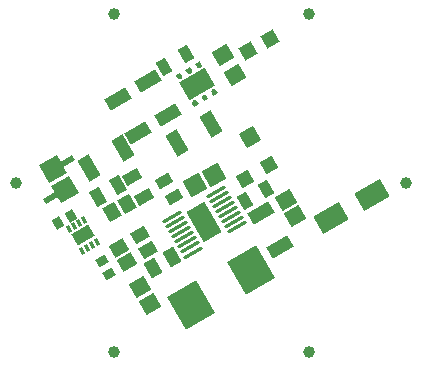
<source format=gbr>
G04*
G04 #@! TF.GenerationSoftware,Altium Limited,Altium Designer,25.8.1 (18)*
G04*
G04 Layer_Color=8421504*
%FSLAX44Y44*%
%MOMM*%
G71*
G04*
G04 #@! TF.SameCoordinates,2BA1844E-35A1-40AA-B719-48A9BFBC8ED3*
G04*
G04*
G04 #@! TF.FilePolarity,Positive*
G04*
G01*
G75*
G04:AMPARAMS|DCode=16|XSize=0.95mm|YSize=1.45mm|CornerRadius=0mm|HoleSize=0mm|Usage=FLASHONLY|Rotation=210.000|XOffset=0mm|YOffset=0mm|HoleType=Round|Shape=Rectangle|*
%AMROTATEDRECTD16*
4,1,4,0.0489,0.8654,0.7739,-0.3904,-0.0489,-0.8654,-0.7739,0.3904,0.0489,0.8654,0.0*
%
%ADD16ROTATEDRECTD16*%

%ADD17C,0.4050*%
G04:AMPARAMS|DCode=18|XSize=0.9mm|YSize=1.3mm|CornerRadius=0mm|HoleSize=0mm|Usage=FLASHONLY|Rotation=30.000|XOffset=0mm|YOffset=0mm|HoleType=Round|Shape=Rectangle|*
%AMROTATEDRECTD18*
4,1,4,-0.0647,-0.7879,-0.7147,0.3379,0.0647,0.7879,0.7147,-0.3379,-0.0647,-0.7879,0.0*
%
%ADD18ROTATEDRECTD18*%

G04:AMPARAMS|DCode=19|XSize=0.3mm|YSize=1.89mm|CornerRadius=0mm|HoleSize=0mm|Usage=FLASHONLY|Rotation=120.000|XOffset=0mm|YOffset=0mm|HoleType=Round|Shape=Round|*
%AMOVALD19*
21,1,1.5900,0.3000,0.0000,0.0000,210.0*
1,1,0.3000,0.6885,0.3975*
1,1,0.3000,-0.6885,-0.3975*
%
%ADD19OVALD19*%

G04:AMPARAMS|DCode=20|XSize=1.1mm|YSize=2.05mm|CornerRadius=0mm|HoleSize=0mm|Usage=FLASHONLY|Rotation=300.000|XOffset=0mm|YOffset=0mm|HoleType=Round|Shape=Rectangle|*
%AMROTATEDRECTD20*
4,1,4,-1.1627,-0.0362,0.6127,0.9888,1.1627,0.0362,-0.6127,-0.9888,-1.1627,-0.0362,0.0*
%
%ADD20ROTATEDRECTD20*%

G04:AMPARAMS|DCode=21|XSize=1.1mm|YSize=2.05mm|CornerRadius=0mm|HoleSize=0mm|Usage=FLASHONLY|Rotation=30.000|XOffset=0mm|YOffset=0mm|HoleType=Round|Shape=Rectangle|*
%AMROTATEDRECTD21*
4,1,4,0.0362,-1.1627,-0.9888,0.6127,-0.0362,1.1627,0.9888,-0.6127,0.0362,-1.1627,0.0*
%
%ADD21ROTATEDRECTD21*%

G04:AMPARAMS|DCode=22|XSize=1.1544mm|YSize=1.3562mm|CornerRadius=0mm|HoleSize=0mm|Usage=FLASHONLY|Rotation=120.000|XOffset=0mm|YOffset=0mm|HoleType=Round|Shape=Rectangle|*
%AMROTATEDRECTD22*
4,1,4,0.8759,-0.1608,-0.2987,-0.8389,-0.8759,0.1608,0.2987,0.8389,0.8759,-0.1608,0.0*
%
%ADD22ROTATEDRECTD22*%

G04:AMPARAMS|DCode=23|XSize=1.35mm|YSize=1.15mm|CornerRadius=0mm|HoleSize=0mm|Usage=FLASHONLY|Rotation=300.000|XOffset=0mm|YOffset=0mm|HoleType=Round|Shape=Rectangle|*
%AMROTATEDRECTD23*
4,1,4,-0.8355,0.2971,0.1605,0.8721,0.8355,-0.2971,-0.1605,-0.8721,-0.8355,0.2971,0.0*
%
%ADD23ROTATEDRECTD23*%

G04:AMPARAMS|DCode=24|XSize=0.92mm|YSize=0.74mm|CornerRadius=0mm|HoleSize=0mm|Usage=FLASHONLY|Rotation=30.000|XOffset=0mm|YOffset=0mm|HoleType=Round|Shape=Rectangle|*
%AMROTATEDRECTD24*
4,1,4,-0.2134,-0.5504,-0.5834,0.0904,0.2134,0.5504,0.5834,-0.0904,-0.2134,-0.5504,0.0*
%
%ADD24ROTATEDRECTD24*%

G04:AMPARAMS|DCode=25|XSize=0.6mm|YSize=0.3mm|CornerRadius=0mm|HoleSize=0mm|Usage=FLASHONLY|Rotation=120.000|XOffset=0mm|YOffset=0mm|HoleType=Round|Shape=Rectangle|*
%AMROTATEDRECTD25*
4,1,4,0.2799,-0.1848,0.0201,-0.3348,-0.2799,0.1848,-0.0201,0.3348,0.2799,-0.1848,0.0*
%
%ADD25ROTATEDRECTD25*%

G04:AMPARAMS|DCode=26|XSize=0.95mm|YSize=1.45mm|CornerRadius=0mm|HoleSize=0mm|Usage=FLASHONLY|Rotation=120.000|XOffset=0mm|YOffset=0mm|HoleType=Round|Shape=Rectangle|*
%AMROTATEDRECTD26*
4,1,4,0.8654,-0.0489,-0.3904,-0.7739,-0.8654,0.0489,0.3904,0.7739,0.8654,-0.0489,0.0*
%
%ADD26ROTATEDRECTD26*%

G04:AMPARAMS|DCode=27|XSize=1.76mm|YSize=2.95mm|CornerRadius=0mm|HoleSize=0mm|Usage=FLASHONLY|Rotation=30.000|XOffset=0mm|YOffset=0mm|HoleType=Round|Shape=Rectangle|*
%AMROTATEDRECTD27*
4,1,4,-0.0246,-1.7174,-1.4996,0.8374,0.0246,1.7174,1.4996,-0.8374,-0.0246,-1.7174,0.0*
%
%ADD27ROTATEDRECTD27*%

G04:AMPARAMS|DCode=28|XSize=3.2mm|YSize=2.85mm|CornerRadius=0mm|HoleSize=0mm|Usage=FLASHONLY|Rotation=120.000|XOffset=0mm|YOffset=0mm|HoleType=Round|Shape=Rectangle|*
%AMROTATEDRECTD28*
4,1,4,2.0341,-0.6731,-0.4341,-2.0981,-2.0341,0.6731,0.4341,2.0981,2.0341,-0.6731,0.0*
%
%ADD28ROTATEDRECTD28*%

G04:AMPARAMS|DCode=29|XSize=1.45mm|YSize=1.05mm|CornerRadius=0mm|HoleSize=0mm|Usage=FLASHONLY|Rotation=120.000|XOffset=0mm|YOffset=0mm|HoleType=Round|Shape=Rectangle|*
%AMROTATEDRECTD29*
4,1,4,0.8172,-0.3654,-0.0922,-0.8904,-0.8172,0.3654,0.0922,0.8904,0.8172,-0.3654,0.0*
%
%ADD29ROTATEDRECTD29*%

G04:AMPARAMS|DCode=30|XSize=1.35mm|YSize=1.05mm|CornerRadius=0mm|HoleSize=0mm|Usage=FLASHONLY|Rotation=210.000|XOffset=0mm|YOffset=0mm|HoleType=Round|Shape=Rectangle|*
%AMROTATEDRECTD30*
4,1,4,0.3221,0.7922,0.8471,-0.1172,-0.3221,-0.7922,-0.8471,0.1172,0.3221,0.7922,0.0*
%
%ADD30ROTATEDRECTD30*%

%ADD31P,1.6971X4X255.0*%
%ADD32P,1.6264X4X75.0*%
%ADD33P,2.1920X4X165.0*%
G04:AMPARAMS|DCode=34|XSize=1.45mm|YSize=1.35mm|CornerRadius=0mm|HoleSize=0mm|Usage=FLASHONLY|Rotation=30.000|XOffset=0mm|YOffset=0mm|HoleType=Round|Shape=Rectangle|*
%AMROTATEDRECTD34*
4,1,4,-0.2904,-0.9471,-0.9654,0.2221,0.2904,0.9471,0.9654,-0.2221,-0.2904,-0.9471,0.0*
%
%ADD34ROTATEDRECTD34*%

G04:AMPARAMS|DCode=35|XSize=1.75mm|YSize=2.5mm|CornerRadius=0mm|HoleSize=0mm|Usage=FLASHONLY|Rotation=120.000|XOffset=0mm|YOffset=0mm|HoleType=Round|Shape=Rectangle|*
%AMROTATEDRECTD35*
4,1,4,1.5200,-0.1328,-0.6450,-1.3828,-1.5200,0.1328,0.6450,1.3828,1.5200,-0.1328,0.0*
%
%ADD35ROTATEDRECTD35*%

G04:AMPARAMS|DCode=36|XSize=0.9049mm|YSize=1.3082mm|CornerRadius=0mm|HoleSize=0mm|Usage=FLASHONLY|Rotation=120.000|XOffset=0mm|YOffset=0mm|HoleType=Round|Shape=Rectangle|*
%AMROTATEDRECTD36*
4,1,4,0.7927,-0.0648,-0.3403,-0.7189,-0.7927,0.0648,0.3403,0.7189,0.7927,-0.0648,0.0*
%
%ADD36ROTATEDRECTD36*%

G04:AMPARAMS|DCode=37|XSize=0.92mm|YSize=0.74mm|CornerRadius=0mm|HoleSize=0mm|Usage=FLASHONLY|Rotation=120.000|XOffset=0mm|YOffset=0mm|HoleType=Round|Shape=Rectangle|*
%AMROTATEDRECTD37*
4,1,4,0.5504,-0.2134,-0.0904,-0.5834,-0.5504,0.2134,0.0904,0.5834,0.5504,-0.2134,0.0*
%
%ADD37ROTATEDRECTD37*%

G04:AMPARAMS|DCode=38|XSize=1.65mm|YSize=1.1mm|CornerRadius=0mm|HoleSize=0mm|Usage=FLASHONLY|Rotation=210.000|XOffset=0mm|YOffset=0mm|HoleType=Round|Shape=Rectangle|*
%AMROTATEDRECTD38*
4,1,4,0.4395,0.8888,0.9895,-0.0638,-0.4395,-0.8888,-0.9895,0.0638,0.4395,0.8888,0.0*
%
%ADD38ROTATEDRECTD38*%

G04:AMPARAMS|DCode=39|XSize=1.7mm|YSize=2.5mm|CornerRadius=0mm|HoleSize=0mm|Usage=FLASHONLY|Rotation=300.000|XOffset=0mm|YOffset=0mm|HoleType=Round|Shape=Rectangle|*
%AMROTATEDRECTD39*
4,1,4,-1.5075,0.1111,0.6575,1.3611,1.5075,-0.1111,-0.6575,-1.3611,-1.5075,0.1111,0.0*
%
%ADD39ROTATEDRECTD39*%

%ADD40P,1.9757X4X255.0*%
G04:AMPARAMS|DCode=41|XSize=1.3546mm|YSize=1.4621mm|CornerRadius=0mm|HoleSize=0mm|Usage=FLASHONLY|Rotation=120.000|XOffset=0mm|YOffset=0mm|HoleType=Round|Shape=Rectangle|*
%AMROTATEDRECTD41*
4,1,4,0.9718,-0.2210,-0.2945,-0.9521,-0.9718,0.2210,0.2945,0.9521,0.9718,-0.2210,0.0*
%
%ADD41ROTATEDRECTD41*%

G04:AMPARAMS|DCode=42|XSize=1mm|YSize=1mm|CornerRadius=0.5mm|HoleSize=0mm|Usage=FLASHONLY|Rotation=300.000|XOffset=0mm|YOffset=0mm|HoleType=Round|Shape=RoundedRectangle|*
%AMROUNDEDRECTD42*
21,1,1.0000,0.0000,0,0,300.0*
21,1,0.0000,1.0000,0,0,300.0*
1,1,1.0000,0.0000,0.0000*
1,1,1.0000,0.0000,0.0000*
1,1,1.0000,0.0000,0.0000*
1,1,1.0000,0.0000,0.0000*
%
%ADD42ROUNDEDRECTD42*%
G04:AMPARAMS|DCode=43|XSize=1mm|YSize=1mm|CornerRadius=0.5mm|HoleSize=0mm|Usage=FLASHONLY|Rotation=180.000|XOffset=0mm|YOffset=0mm|HoleType=Round|Shape=RoundedRectangle|*
%AMROUNDEDRECTD43*
21,1,1.0000,0.0000,0,0,180.0*
21,1,0.0000,1.0000,0,0,180.0*
1,1,1.0000,0.0000,0.0000*
1,1,1.0000,0.0000,0.0000*
1,1,1.0000,0.0000,0.0000*
1,1,1.0000,0.0000,0.0000*
%
%ADD43ROUNDEDRECTD43*%
G04:AMPARAMS|DCode=44|XSize=1mm|YSize=1mm|CornerRadius=0.5mm|HoleSize=0mm|Usage=FLASHONLY|Rotation=240.000|XOffset=0mm|YOffset=0mm|HoleType=Round|Shape=RoundedRectangle|*
%AMROUNDEDRECTD44*
21,1,1.0000,0.0000,0,0,240.0*
21,1,0.0000,1.0000,0,0,240.0*
1,1,1.0000,0.0000,0.0000*
1,1,1.0000,0.0000,0.0000*
1,1,1.0000,0.0000,0.0000*
1,1,1.0000,0.0000,0.0000*
%
%ADD44ROUNDEDRECTD44*%
G36*
X-8229Y100937D02*
X-8005Y100549D01*
X-7888Y99662D01*
X-8120Y98797D01*
X-8665Y98087D01*
X-9052Y97863D01*
X-9440Y97640D01*
X-10327Y97523D01*
X-11192Y97754D01*
X-11902Y98299D01*
X-12126Y98687D01*
Y98687D01*
X-13501Y101068D01*
X-9604Y103318D01*
X-8229Y100937D01*
D02*
G37*
G36*
X-16456Y96187D02*
X-16232Y95799D01*
X-16115Y94912D01*
X-16347Y94047D01*
X-16892Y93337D01*
X-17279Y93113D01*
X-17667Y92889D01*
X-18555Y92773D01*
X-19419Y93004D01*
X-20129Y93549D01*
X-20353Y93937D01*
Y93937D01*
X-21728Y96318D01*
X-17831Y98568D01*
X-16456Y96187D01*
D02*
G37*
G36*
X-24683Y91437D02*
X-24460Y91049D01*
X-24343Y90162D01*
X-24574Y89297D01*
X-25119Y88587D01*
X-25507Y88363D01*
X-25894Y88139D01*
X-26782Y88023D01*
X-27647Y88254D01*
X-28357Y88799D01*
X-28580Y89187D01*
X-28580Y89187D01*
X-29955Y91568D01*
X-26058Y93818D01*
X-24683Y91437D01*
D02*
G37*
G36*
X3587Y79786D02*
X4297Y79241D01*
X4521Y78853D01*
X4521D01*
X5896Y76472D01*
X1999Y74222D01*
X624Y76603D01*
X400Y76991D01*
X283Y77878D01*
X515Y78743D01*
X1060Y79453D01*
X1448Y79677D01*
X1835Y79900D01*
X2723Y80017D01*
X3587Y79786D01*
D02*
G37*
G36*
X-4640Y75036D02*
X-3930Y74491D01*
X-3706Y74103D01*
Y74103D01*
X-2331Y71722D01*
X-6228Y69472D01*
X-7603Y71853D01*
X-7827Y72241D01*
X-7944Y73128D01*
X-7712Y73993D01*
X-7167Y74703D01*
X-6780Y74927D01*
X-6392Y75150D01*
X-5505Y75267D01*
X-4640Y75036D01*
D02*
G37*
G36*
X-12867Y70286D02*
X-12157Y69741D01*
X-11933Y69353D01*
Y69353D01*
X-10558Y66972D01*
X-14455Y64722D01*
X-15830Y67103D01*
X-16054Y67491D01*
X-16171Y68378D01*
X-15939Y69243D01*
X-15394Y69953D01*
X-15007Y70177D01*
X-14619Y70401D01*
X-13732Y70517D01*
X-12867Y70286D01*
D02*
G37*
G36*
X-115362Y19628D02*
X-123936Y14678D01*
Y14678D01*
X-124143Y14530D01*
X-124452Y14127D01*
X-124583Y13637D01*
X-124517Y13134D01*
X-124412Y12902D01*
X-122087Y8875D01*
X-136809Y375D01*
X-145309Y15098D01*
X-130587Y23598D01*
X-128262Y19571D01*
X-128262Y19571D01*
X-128113Y19364D01*
X-127711Y19055D01*
X-127221Y18923D01*
X-126718Y18990D01*
X-126486Y19095D01*
X-117912Y24045D01*
X-115362Y19628D01*
D02*
G37*
G36*
X-112087Y-8445D02*
X-126809Y-16945D01*
X-129134Y-12918D01*
X-129134Y-12918D01*
X-129283Y-12711D01*
X-129685Y-12402D01*
X-130175Y-12271D01*
X-130678Y-12337D01*
X-130910Y-12442D01*
X-139484Y-17392D01*
X-142034Y-12976D01*
X-133460Y-8026D01*
Y-8026D01*
X-133253Y-7877D01*
X-132944Y-7475D01*
X-132813Y-6985D01*
X-132879Y-6482D01*
X-132984Y-6250D01*
X-135309Y-2223D01*
X-120587Y6277D01*
X-112087Y-8445D01*
D02*
G37*
D16*
X-78840Y-1503D02*
D03*
X-95727Y-11253D02*
D03*
D17*
X-26864Y90714D02*
D03*
X2805Y77326D02*
D03*
X-13757Y68012D02*
D03*
X-5422Y72576D02*
D03*
X-10302Y100028D02*
D03*
X-18637Y95464D02*
D03*
D18*
X-39785Y98595D02*
D03*
X46917Y-4819D02*
D03*
X-21599Y109095D02*
D03*
X28730Y-15319D02*
D03*
D19*
X-27765Y-36967D02*
D03*
X-32765Y-28307D02*
D03*
X4041Y-7057D02*
D03*
X-30265Y-32637D02*
D03*
X-25265Y-41297D02*
D03*
X-22765Y-45627D02*
D03*
X-20265Y-49958D02*
D03*
X-17765Y-54288D02*
D03*
X-15265Y-58618D02*
D03*
X6541Y-11387D02*
D03*
X9041Y-15717D02*
D03*
X11541Y-20047D02*
D03*
X14041Y-24377D02*
D03*
X16541Y-28708D02*
D03*
X19041Y-33038D02*
D03*
X21541Y-37368D02*
D03*
D20*
X-53157Y86256D02*
D03*
X-78705Y71505D02*
D03*
X58609Y-54072D02*
D03*
X-36657Y57677D02*
D03*
X-62205Y42927D02*
D03*
X42109Y-25493D02*
D03*
D21*
X-103189Y13340D02*
D03*
X-28767Y33914D02*
D03*
X-74611Y29840D02*
D03*
X-189Y50414D02*
D03*
D22*
X-77879Y-54587D02*
D03*
X-71120Y-66294D02*
D03*
D23*
X-83513Y-24409D02*
D03*
X-70956Y-17159D02*
D03*
D24*
X-92508Y-66005D02*
D03*
X-86308Y-76743D02*
D03*
D25*
X-107188Y-31242D02*
D03*
X-109678Y-56929D02*
D03*
X-105348Y-54429D02*
D03*
X-101018Y-51929D02*
D03*
X-96688Y-49429D02*
D03*
X-111518Y-33742D02*
D03*
X-115848Y-36242D02*
D03*
X-120178Y-38742D02*
D03*
D26*
X-66715Y5497D02*
D03*
X-56965Y-11391D02*
D03*
D27*
X-5612Y-32837D02*
D03*
D28*
X-16912Y-103142D02*
D03*
X34184Y-73642D02*
D03*
D29*
X-33170Y-62605D02*
D03*
X-49192Y-71855D02*
D03*
D30*
X-53136Y-56523D02*
D03*
X-60386Y-43965D02*
D03*
D31*
X49479Y122598D02*
D03*
X31293Y112098D02*
D03*
D32*
X49292Y15527D02*
D03*
X28940Y3777D02*
D03*
D33*
X2612Y7418D02*
D03*
X-13409Y-1832D02*
D03*
D34*
X71269Y-27999D02*
D03*
X-51755Y-102395D02*
D03*
X63019Y-13709D02*
D03*
X-60005Y-88105D02*
D03*
D35*
X-12030Y84020D02*
D03*
D36*
X-39817Y2362D02*
D03*
X-31811Y-11506D02*
D03*
D37*
X-118801Y-27582D02*
D03*
X-129540Y-33782D02*
D03*
D38*
X-108433Y-44085D02*
D03*
D39*
X101679Y-29500D02*
D03*
X136320Y-9500D02*
D03*
D40*
X33274Y38862D02*
D03*
D41*
X20221Y91661D02*
D03*
X10463Y108562D02*
D03*
D42*
X82601Y-143101D02*
D03*
X-82601Y143101D02*
D03*
D43*
X-165199Y0D02*
D03*
X165199D02*
D03*
D44*
X-82601Y-143101D02*
D03*
X82601Y143101D02*
D03*
M02*

</source>
